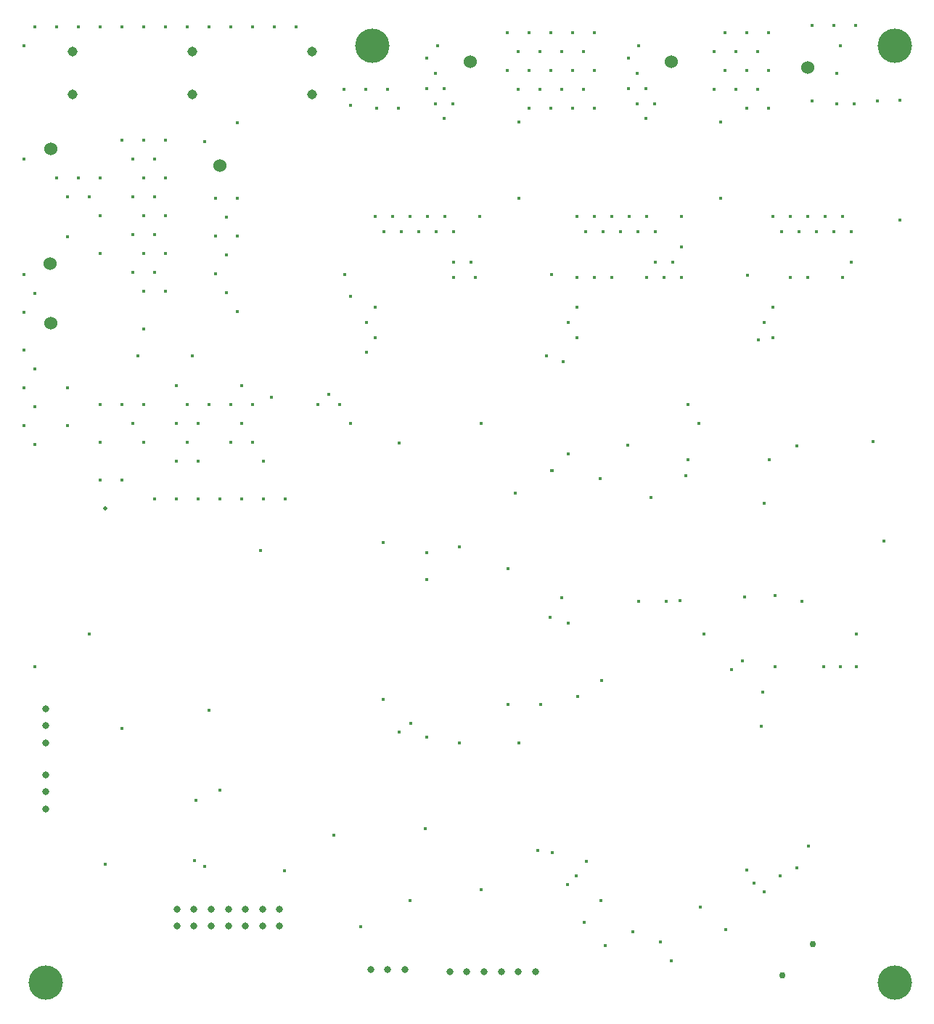
<source format=gbr>
G04 PROTEUS GERBER X2 FILE*
%TF.GenerationSoftware,Labcenter,Proteus,8.7-SP3-Build25561*%
%TF.CreationDate,2021-06-23T20:43:36+00:00*%
%TF.FileFunction,Plated,1,2,PTH*%
%TF.FilePolarity,Positive*%
%TF.Part,Single*%
%TF.SameCoordinates,{72a0a031-abb8-4097-8df3-996e39d3871e}*%
%FSLAX45Y45*%
%MOMM*%
G01*
%TA.AperFunction,MechanicalDrill*%
%ADD191C,0.381000*%
%TA.AperFunction,ViaDrill*%
%ADD192C,0.381000*%
%ADD193C,0.508000*%
%TA.AperFunction,ComponentDrill*%
%ADD194C,1.524000*%
%TA.AperFunction,ComponentDrill*%
%ADD195C,0.762000*%
%TA.AperFunction,ComponentDrill*%
%ADD196C,0.812800*%
%TA.AperFunction,ComponentDrill*%
%ADD197C,1.143000*%
%TA.AperFunction,OtherDrill,Unknown*%
%ADD198C,4.000000*%
%TD.AperFunction*%
D191*
X+3225800Y+1174750D03*
X+3479800Y+1174750D03*
X+5257800Y+1174750D03*
X+5511800Y+1174750D03*
X+5765800Y+1174750D03*
X+7543800Y+1174750D03*
X+7797800Y+1174750D03*
X+3098800Y+1394720D03*
X+3352800Y+1394720D03*
X+4876800Y+1394720D03*
X+5130800Y+1394720D03*
X+5384800Y+1394720D03*
X+5638800Y+1394720D03*
X+7162800Y+1394720D03*
X+7416800Y+1394720D03*
X+7670800Y+1394720D03*
X+4749800Y+1614690D03*
X+5003800Y+1614690D03*
X+5257800Y+1614690D03*
X+5511800Y+1614690D03*
X+5765800Y+1614690D03*
X+7289800Y+1614690D03*
X+7543800Y+1614690D03*
X+7797800Y+1614690D03*
X+4876800Y+1834660D03*
X+5130800Y+1834660D03*
X+5384800Y+1834660D03*
X+5638800Y+1834660D03*
X+7162800Y+1834660D03*
X+7416800Y+1834660D03*
X+7670800Y+1834660D03*
X+4749800Y+2054630D03*
X+5003800Y+2054630D03*
X+5257800Y+2054630D03*
X+5511800Y+2054630D03*
X+5765800Y+2054630D03*
X+7289800Y+2054630D03*
X+7543800Y+2054630D03*
X+7797800Y+2054630D03*
D192*
X+5562600Y-1497654D03*
X+5461000Y-1321678D03*
X+5562600Y-1145702D03*
X+5562600Y-793750D03*
X+5765800Y-793750D03*
X+5969000Y-793750D03*
X+6375400Y-793750D03*
X+6578600Y-793750D03*
X+6781800Y-793750D03*
X+6477000Y-617774D03*
X+6680200Y-617774D03*
X+6781800Y-441798D03*
X+5664200Y-265822D03*
X+5867400Y-265822D03*
X+6070600Y-265822D03*
X+6273800Y-265822D03*
X+6477000Y-265822D03*
X+5562600Y-89846D03*
X+5765800Y-89846D03*
X+5969000Y-89846D03*
X+6172200Y-89846D03*
X+6375400Y-89846D03*
X+6781800Y-89846D03*
X+7848600Y-1497654D03*
X+7747000Y-1321678D03*
X+7848600Y-1145702D03*
X+8051800Y-793750D03*
X+8255000Y-793750D03*
X+8661400Y-793750D03*
X+8763000Y-617774D03*
X+7950200Y-265822D03*
X+8153400Y-265822D03*
X+8356600Y-265822D03*
X+8559800Y-265822D03*
X+8763000Y-265822D03*
X+7848600Y-89846D03*
X+8051800Y-89846D03*
X+8255000Y-89846D03*
X+8458200Y-89846D03*
X+8661400Y-89846D03*
X+3213100Y-1497654D03*
X+3111500Y-1321678D03*
X+3213100Y-1145702D03*
X+4127500Y-617774D03*
X+4330700Y-617774D03*
X+3314700Y-265822D03*
X+3517900Y-265822D03*
X+3721100Y-265822D03*
X+3924300Y-265822D03*
X+4127500Y-265822D03*
X+3213100Y-89846D03*
X+3416300Y-89846D03*
X+3619500Y-89846D03*
X+3822700Y-89846D03*
X+4025900Y-89846D03*
X+4432300Y-89846D03*
X+4013200Y+1052310D03*
X+3911600Y+1228286D03*
X+4114800Y+1228286D03*
X+3810000Y+1404262D03*
X+4013200Y+1404262D03*
X+3911600Y+1580238D03*
X+3810000Y+1756214D03*
X+3937000Y+1905000D03*
X+8597900Y+1228286D03*
X+8801100Y+1228286D03*
X+8597900Y+1580238D03*
X+8636000Y+1905000D03*
X+6363969Y+1052310D03*
X+6262369Y+1228286D03*
X+6465569Y+1228286D03*
X+6160769Y+1404262D03*
X+6363969Y+1404262D03*
X+6262369Y+1580238D03*
X+6160769Y+1756214D03*
X+6286500Y+1905000D03*
X+7747000Y-3429000D03*
X+6428649Y-3363510D03*
X+9144000Y-3873500D03*
D191*
X+3111500Y-1673630D03*
X+4127500Y-793750D03*
X+4381500Y-793750D03*
X+5003800Y+1174750D03*
D192*
X-127000Y-4953000D03*
D193*
X+63500Y-3492500D03*
D192*
X+1870921Y-3983646D03*
D191*
X+1599186Y-1195100D03*
X+1472186Y-975130D03*
X+1345186Y-755160D03*
X+1472186Y-535190D03*
X+1345186Y-315220D03*
X+1599186Y-315220D03*
X+1472186Y-95250D03*
X+1345186Y+124720D03*
X+1599186Y+124720D03*
X+1218186Y+784630D03*
X+1599186Y+1004600D03*
X-762000Y-2746780D03*
X-889000Y-2526810D03*
X-381000Y-2526810D03*
X-762000Y-2306840D03*
X-889000Y-2086870D03*
X-381000Y-2086870D03*
X-762000Y-1866900D03*
X-889000Y-1646930D03*
X-889000Y-1206990D03*
X-762000Y-987020D03*
X-889000Y-767050D03*
X-381000Y-327110D03*
X+2844800Y+1394720D03*
X+8305800Y+1257545D03*
X+9067800Y+1257545D03*
X+8305800Y+2137425D03*
X+8559800Y+2137425D03*
X+8813800Y+2137425D03*
D192*
X+5837110Y-3144357D03*
X+5270500Y-3048000D03*
X+3302000Y-5715000D03*
X+7728521Y-5632686D03*
X+5456700Y-7874734D03*
X+5569161Y-5681557D03*
X+2921000Y+1206500D03*
X+4889500Y+1016000D03*
X+4889500Y+127000D03*
X+2857500Y-762000D03*
X+444500Y-1714500D03*
X+1079500Y-1714500D03*
X+2667000Y-2159000D03*
X+3492500Y-2730500D03*
X+5270500Y-762000D03*
X+9334500Y-127000D03*
X+9334500Y+1270000D03*
X+7556500Y-771119D03*
X+7239000Y+1016000D03*
X+7239000Y+127000D03*
X+7683500Y-1524000D03*
X+5207000Y-1714500D03*
X+6159500Y-2756319D03*
X+6858000Y-2921000D03*
X+7810500Y-2921000D03*
X+8130124Y-2765437D03*
X+9016592Y-2712654D03*
X+5461000Y-2857500D03*
X+5274900Y-3052400D03*
X+4842626Y-3311415D03*
X+6830053Y-3107255D03*
X+4191000Y-3937000D03*
X+4762500Y-4191000D03*
X+3300258Y-3889179D03*
X+1998796Y-2196106D03*
X+257824Y-6055893D03*
X+3300258Y-5713258D03*
X+3492500Y-6096000D03*
X+3621347Y-5992131D03*
X+1114864Y-6895947D03*
X+3041830Y-8368317D03*
X+3796742Y-7221787D03*
X+5108251Y-7477050D03*
X+5275203Y-7507387D03*
X+5651500Y-8318500D03*
X+5897832Y-8584805D03*
X+5847931Y-5496261D03*
X+5384021Y-4535575D03*
X+5253034Y-4755962D03*
X+5461000Y-4826000D03*
X+6286500Y-4572000D03*
X+6604000Y-4572000D03*
X+7519052Y-4519896D03*
X+7874000Y-4508500D03*
X+8636000Y-5334000D03*
X+8445500Y-5334000D03*
X+7930743Y-7773916D03*
X+8128000Y-7683500D03*
X+8264818Y-7429067D03*
X+7548436Y-7708194D03*
X+7630827Y-7859220D03*
X+7744835Y-7957584D03*
X+3810000Y-6159500D03*
X+5842000Y-8064500D03*
X+7493000Y-5270500D03*
X+7366836Y-5371819D03*
X+2148416Y-7711403D03*
X+3811743Y-4009908D03*
X+3810000Y-4318000D03*
X+6667500Y-8763000D03*
X+6214797Y-8425182D03*
X+3619500Y-8064500D03*
X+4445000Y-7937500D03*
X+1219412Y-7660924D03*
X+1270000Y-5842000D03*
X+2730500Y-7302500D03*
X+7001866Y-8138590D03*
X+6535347Y-8548492D03*
X-762000Y-5334000D03*
X+7296770Y-8399453D03*
X+6765489Y-4563361D03*
X+5670519Y-7606818D03*
X+8191500Y-4572000D03*
X+7874000Y-5334000D03*
X+7726841Y-5634366D03*
X+7713985Y-6031803D03*
X+5557689Y-7773118D03*
X+2921000Y-1016000D03*
X+5401014Y-1783053D03*
D191*
X+635000Y-3378275D03*
X+889000Y-3378275D03*
X+1143000Y-3378275D03*
X+1397000Y-3378275D03*
X+1651000Y-3378275D03*
X+1905000Y-3378275D03*
X+2159000Y-3378275D03*
X+0Y-3158305D03*
X+254000Y-3158305D03*
X+889000Y-2938335D03*
X+1143000Y-2938335D03*
X+1905000Y-2938335D03*
X+0Y-2718365D03*
X+508000Y-2718365D03*
X+1016000Y-2718365D03*
X+1524000Y-2718365D03*
X+1778000Y-2718365D03*
X+381000Y-2498395D03*
X+889000Y-2498395D03*
X+1143000Y-2498395D03*
X+1651000Y-2498395D03*
X+2921000Y-2498395D03*
X+4445000Y-2498395D03*
X+6985000Y-2498395D03*
X+0Y-2278425D03*
X+254000Y-2278425D03*
X+508000Y-2278425D03*
X+1016000Y-2278425D03*
X+1270000Y-2278425D03*
X+1524000Y-2278425D03*
X+1778000Y-2278425D03*
X+2540000Y-2278425D03*
X+2794000Y-2278425D03*
X+6858000Y-2278425D03*
X+889000Y-2058455D03*
X+1651000Y-2058455D03*
X+508000Y-1398545D03*
X+508000Y-958605D03*
X+762000Y-958605D03*
X+381000Y-738635D03*
X+635000Y-738635D03*
X+0Y-518665D03*
X+508000Y-518665D03*
X+762000Y-518665D03*
X+381000Y-298695D03*
X+635000Y-298695D03*
X+0Y-78725D03*
X+508000Y-78725D03*
X+762000Y-78725D03*
X-381000Y+141245D03*
X-127000Y+141245D03*
X+381000Y+141245D03*
X+635000Y+141245D03*
X-508000Y+361215D03*
X-254000Y+361215D03*
X+0Y+361215D03*
X+508000Y+361215D03*
X+762000Y+361215D03*
X-889000Y+581185D03*
X+381000Y+581185D03*
X+635000Y+581185D03*
X+254000Y+801155D03*
X+508000Y+801155D03*
X+762000Y+801155D03*
X-889000Y+1901005D03*
X-762000Y+2120975D03*
X-508000Y+2120975D03*
X-254000Y+2120975D03*
X+0Y+2120975D03*
X+254000Y+2120975D03*
X+508000Y+2120975D03*
X+762000Y+2120975D03*
X+1016000Y+2120975D03*
X+1270000Y+2120975D03*
X+1524000Y+2120975D03*
X+1778000Y+2120975D03*
X+2032000Y+2120975D03*
X+2286000Y+2120975D03*
D192*
X+8826500Y-5334000D03*
X+8826500Y-4953000D03*
X+7048500Y-4953000D03*
X+59261Y-7642565D03*
X+1104092Y-7593726D03*
X+4762500Y-5778500D03*
X+5143500Y-5778500D03*
X+4889500Y-6223000D03*
X+4191000Y-6223000D03*
X+1402008Y-6775609D03*
D194*
X+4318000Y+1714500D03*
X+6667500Y+1714500D03*
X+8255000Y+1651000D03*
X-571500Y+698500D03*
X-571500Y-1333500D03*
D195*
X+7959290Y-8931710D03*
X+8318500Y-8572500D03*
D196*
X+2095500Y-8162199D03*
X+2095500Y-8362199D03*
X+1895500Y-8162199D03*
X+1895500Y-8362199D03*
X+1695500Y-8162199D03*
X+1695500Y-8362199D03*
X+1495500Y-8162199D03*
X+1495500Y-8362199D03*
X+1295500Y-8162199D03*
X+1295500Y-8362199D03*
X+1095500Y-8162199D03*
X+1095500Y-8362199D03*
X+895500Y-8162199D03*
X+895500Y-8362199D03*
X+3156000Y-8870199D03*
X+3356000Y-8870199D03*
X+3556000Y-8870199D03*
X+5080000Y-8890000D03*
X+4880000Y-8890000D03*
X+4680000Y-8890000D03*
X+4480000Y-8890000D03*
X+4280000Y-8890000D03*
X+4080000Y-8890000D03*
D194*
X-582734Y-635000D03*
X+1397000Y+508000D03*
D197*
X+1079500Y+1333500D03*
X+1079500Y+1833500D03*
X-317500Y+1333500D03*
X-317500Y+1833500D03*
X+2476500Y+1337500D03*
X+2476500Y+1837500D03*
D196*
X-635000Y-6223000D03*
X-635000Y-6023000D03*
X-635000Y-5823000D03*
X-635000Y-6994500D03*
X-635000Y-6794500D03*
X-635000Y-6594500D03*
D198*
X+9271000Y+1905000D03*
X+3175000Y+1905000D03*
X+9271000Y-9017000D03*
X-635000Y-9017000D03*
M02*

</source>
